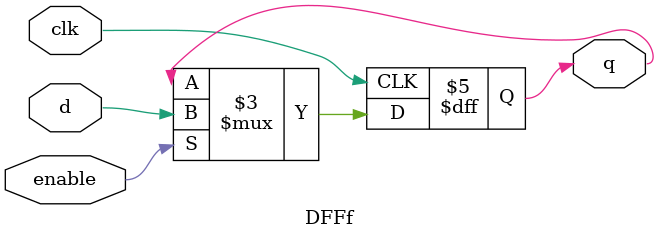
<source format=sv>
module Modulation(input clk,	//50M hz
						input clk_sample,	//200 hz
						input [1:0] signal_selector,
						input [1:0] modulation_selector,
						input [1:0]ctrl,
						input qpsk,
						input [11:0] cos,
						input [11:0] sin,
						input [11:0] saw,
						input [11:0] squ,
						output [11:0] modulation,	//top
						output [11:0] signal);		//bottom
	
	logic [11:0] signal_temp, modulation_temp;
														//acutal singal
	always@* begin
		if		 (signal_selector[1:0] == 2'b00) signal_temp = sin; 
		else if(signal_selector[1:0] == 2'b01) signal_temp = cos; 
		else if(signal_selector[1:0] == 2'b10) signal_temp = saw; 
		else if(signal_selector[1:0] == 2'b11) signal_temp = squ; 
	end
	always@* begin
		if (qpsk) modulation_temp = ctrl[0]? (ctrl[1]? sin: ~sin+1): (ctrl[1]? cos: ~cos+1); 
		else if(modulation_selector[1:0] == 2'b00) modulation_temp = ctrl[0]? sin: 0; 
		else if(modulation_selector[1:0] == 2'b01) modulation_temp = sin; 
		else if(modulation_selector[1:0] == 2'b10) modulation_temp = ctrl[0]? (~sin+1): sin; 
		else if(modulation_selector[1:0] == 2'b11) modulation_temp = ctrl[0]? 12'b0:12'b100000000000;
	end
	//clock domain crossing (fast clock to slow clock)
	Clock_crossing sig (.fast_clk(clk), .slow_clk(clk_sample), .data_in(signal_temp), .data_out(signal));
	Clock_crossing mod (.fast_clk(clk), .slow_clk(clk_sample), .data_in(modulation_temp), .data_out(modulation));
	
endmodule

//reference: lecture slide - clock_skew_clock_domains
//"Moving data from fast clk1 to slower clk2"
module Clock_crossing (input fast_clk,
							  input slow_clk,
							  input [11:0] data_in,
							  output [11:0] data_out);
	
	logic [11:0] reg1_out, reg3_out;
	logic en, temp;
	
	DFFf #(12) reg1 (data_in,  1'b1, fast_clk, reg1_out);
	DFFf #(12) reg3 (reg1_out, en,   fast_clk, reg3_out);
	DFFf #(12) reg2 (reg3_out, 1'b1, slow_clk, data_out);
	
	DFFf #(1)  s1 	(slow_clk, 1'b1, ~fast_clk, temp);
	DFFf #(1)  s2 	(temp, 	  1'b1, ~fast_clk, en);
	
endmodule
//D FLIP-FLOP
module DFFf (d, enable, clk, q);
	parameter N = 1;
	input [N-1:0] d;
	input logic enable;
	input clk;
	output logic [N-1: 0] q;
	always_ff@(posedge clk)
		if(enable) q <= d;
		else q <= q;
	
endmodule


</source>
